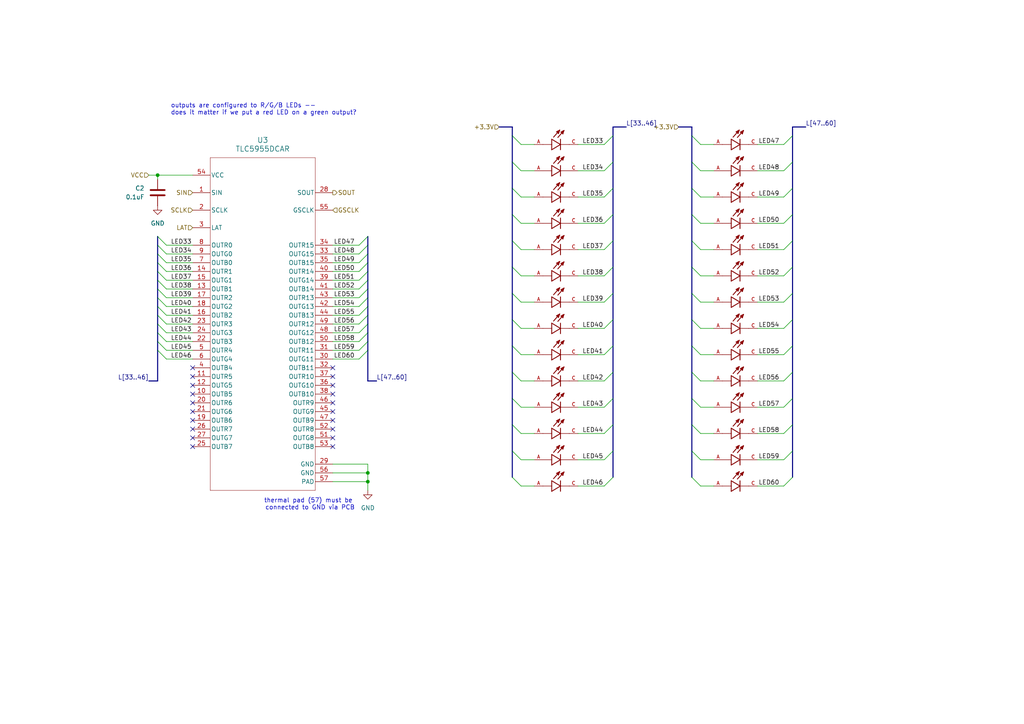
<source format=kicad_sch>
(kicad_sch (version 20231120) (generator "eeschema") (generator_version "8.0")
  (paper "A4")
  (lib_symbols
    (symbol "Device:C" (pin_numbers hide) (pin_names (offset 0.254))
      (property "Reference" "C" (at 0.635 2.54 0))
      (property "Value" "C" (at 0.635 -2.54 0))
      (symbol "C_0_1"
        (polyline (pts (xy -2.032 -0.762) (xy 2.032 -0.762)) (stroke (width 0.508)))
        (polyline (pts (xy -2.032 0.762) (xy 2.032 0.762)) (stroke (width 0.508)))
      )
      (symbol "C_1_1"
        (pin passive line (at 0 3.81 270) (length 2.794) (name "~") (number "1"))
        (pin passive line (at 0 -3.81 90) (length 2.794) (name "~") (number "2"))
      )
    )
    (symbol "LED 0603:LTST-C191KFKT" (pin_names (offset 1.016))
      (property "Reference" "D" (at -3.556 4.4958 0))
      (property "Value" "LTST-C191KFKT" (at -3.556 -3.302 0))
      (symbol "LTST-C191KFKT_0_0"
        (polyline (pts (xy -2.54 -1.524) (xy 0 0)) (stroke (width 0.254)))
        (polyline (pts (xy -2.54 0) (xy -5.08 0)) (stroke (width 0.1524)))
        (polyline (pts (xy -2.54 0) (xy -2.54 -1.524)) (stroke (width 0.254)))
        (polyline (pts (xy -2.54 1.524) (xy -2.54 0)) (stroke (width 0.254)))
        (polyline (pts (xy -1.1176 3.683) (xy -0.2286 4.1656)) (stroke (width 0.254)))
        (polyline (pts (xy -0.9398 3.6068) (xy -0.7112 3.7592)) (stroke (width 0.254)))
        (polyline (pts (xy -0.5588 3.2004) (xy -1.1176 3.683)) (stroke (width 0.254)))
        (polyline (pts (xy -0.5588 3.2004) (xy -0.5334 3.937)) (stroke (width 0.254)))
        (polyline (pts (xy -0.5334 3.937) (xy -0.6604 3.937)) (stroke (width 0.254)))
        (polyline (pts (xy -0.2286 4.1656) (xy -2.0066 2.1336)) (stroke (width 0.254)))
        (polyline (pts (xy -0.2286 4.1656) (xy -0.5588 3.2004)) (stroke (width 0.254)))
        (polyline (pts (xy 0 0) (xy -2.54 1.524)) (stroke (width 0.254)))
        (polyline (pts (xy 0 0) (xy 0 -1.524)) (stroke (width 0.254)))
        (polyline (pts (xy 0 1.524) (xy 0 0)) (stroke (width 0.254)))
        (polyline (pts (xy 0.127 3.5814) (xy 1.016 4.064)) (stroke (width 0.254)))
        (polyline (pts (xy 0.3048 3.5052) (xy 0.5334 3.6576)) (stroke (width 0.254)))
        (polyline (pts (xy 0.6858 3.0988) (xy 0.127 3.5814)) (stroke (width 0.254)))
        (polyline (pts (xy 0.6858 3.0988) (xy 0.7112 3.8354)) (stroke (width 0.254)))
        (polyline (pts (xy 0.7112 3.8354) (xy 0.5842 3.8354)) (stroke (width 0.254)))
        (polyline (pts (xy 1.016 4.064) (xy -0.762 2.032)) (stroke (width 0.254)))
        (polyline (pts (xy 1.016 4.064) (xy 0.6858 3.0988)) (stroke (width 0.254)))
        (polyline (pts (xy 2.54 0) (xy 0 0)) (stroke (width 0.1524)))
        (pin passive line (at -7.62 0 0) (length 2.54) (name "~") (number "A"))
        (pin passive line (at 5.08 0 180) (length 2.54) (name "~") (number "C"))
      )
    )
    (symbol "TLC5955:TLC5955DCAR" (pin_names (offset 0.254))
      (property "Reference" "U" (at 0 2.54 0))
      (property "Value" "TLC5955DCAR" (at 0 0 0))
      (symbol "TLC5955DCAR_0_1"
        (polyline (pts (xy -15.24 -48.26) (xy 15.24 -48.26)) (stroke (width 0.1016)))
        (polyline (pts (xy -15.24 48.26) (xy -15.24 -48.26)) (stroke (width 0.1016)))
        (polyline (pts (xy 15.24 -48.26) (xy 15.24 48.26)) (stroke (width 0.1016)))
        (polyline (pts (xy 15.24 48.26) (xy -15.24 48.26)) (stroke (width 0.1016)))
        (pin input line (at -20.32 38.1 0) (length 5.08) (name "SIN") (number "1"))
        (pin output line (at -20.32 -20.32 0) (length 5.08) (name "OUTB5") (number "10"))
        (pin output line (at -20.32 -15.24 0) (length 5.08) (name "OUTR5") (number "11"))
        (pin output line (at -20.32 -17.78 0) (length 5.08) (name "OUTG5") (number "12"))
        (pin output line (at -20.32 10.16 0) (length 5.08) (name "OUTB1") (number "13"))
        (pin output line (at -20.32 15.24 0) (length 5.08) (name "OUTR1") (number "14"))
        (pin output line (at -20.32 12.7 0) (length 5.08) (name "OUTG1") (number "15"))
        (pin output line (at -20.32 2.54 0) (length 5.08) (name "OUTB2") (number "16"))
        (pin output line (at -20.32 7.62 0) (length 5.08) (name "OUTR2") (number "17"))
        (pin output line (at -20.32 5.08 0) (length 5.08) (name "OUTG2") (number "18"))
        (pin output line (at -20.32 -27.94 0) (length 5.08) (name "OUTB6") (number "19"))
        (pin input line (at -20.32 33.02 0) (length 5.08) (name "SCLK") (number "2"))
        (pin output line (at -20.32 -22.86 0) (length 5.08) (name "OUTR6") (number "20"))
        (pin output line (at -20.32 -25.4 0) (length 5.08) (name "OUTG6") (number "21"))
        (pin output line (at -20.32 -5.08 0) (length 5.08) (name "OUTB3") (number "22"))
        (pin output line (at -20.32 0 0) (length 5.08) (name "OUTR3") (number "23"))
        (pin output line (at -20.32 -2.54 0) (length 5.08) (name "OUTG3") (number "24"))
        (pin output line (at -20.32 -35.56 0) (length 5.08) (name "OUTB7") (number "25"))
        (pin output line (at -20.32 -30.48 0) (length 5.08) (name "OUTR7") (number "26"))
        (pin output line (at -20.32 -33.02 0) (length 5.08) (name "OUTG7") (number "27"))
        (pin output line (at 20.32 38.1 180) (length 5.08) (name "SOUT") (number "28"))
        (pin power_in line (at 20.32 -40.64 180) (length 5.08) (name "GND") (number "29"))
        (pin input line (at -20.32 27.94 0) (length 5.08) (name "LAT") (number "3"))
        (pin output line (at 20.32 -10.16 180) (length 5.08) (name "OUTG11") (number "30"))
        (pin output line (at 20.32 -7.62 180) (length 5.08) (name "OUTR11") (number "31"))
        (pin output line (at 20.32 -12.7 180) (length 5.08) (name "OUTB11") (number "32"))
        (pin output line (at 20.32 20.32 180) (length 5.08) (name "OUTG15") (number "33"))
        (pin output line (at 20.32 22.86 180) (length 5.08) (name "OUTR15") (number "34"))
        (pin output line (at 20.32 17.78 180) (length 5.08) (name "OUTB15") (number "35"))
        (pin output line (at 20.32 -17.78 180) (length 5.08) (name "OUTG10") (number "36"))
        (pin output line (at 20.32 -15.24 180) (length 5.08) (name "OUTR10") (number "37"))
        (pin output line (at 20.32 -20.32 180) (length 5.08) (name "OUTB10") (number "38"))
        (pin output line (at 20.32 12.7 180) (length 5.08) (name "OUTG14") (number "39"))
        (pin output line (at -20.32 -12.7 0) (length 5.08) (name "OUTB4") (number "4"))
        (pin output line (at 20.32 15.24 180) (length 5.08) (name "OUTR14") (number "40"))
        (pin output line (at 20.32 10.16 180) (length 5.08) (name "OUTB14") (number "41"))
        (pin output line (at 20.32 5.08 180) (length 5.08) (name "OUTG13") (number "42"))
        (pin output line (at 20.32 7.62 180) (length 5.08) (name "OUTR13") (number "43"))
        (pin output line (at 20.32 2.54 180) (length 5.08) (name "OUTB13") (number "44"))
        (pin output line (at 20.32 -25.4 180) (length 5.08) (name "OUTG9") (number "45"))
        (pin output line (at 20.32 -22.86 180) (length 5.08) (name "OUTR9") (number "46"))
        (pin output line (at 20.32 -27.94 180) (length 5.08) (name "OUTB9") (number "47"))
        (pin output line (at 20.32 -2.54 180) (length 5.08) (name "OUTG12") (number "48"))
        (pin output line (at 20.32 0 180) (length 5.08) (name "OUTR12") (number "49"))
        (pin output line (at -20.32 -7.62 0) (length 5.08) (name "OUTR4") (number "5"))
        (pin output line (at 20.32 -5.08 180) (length 5.08) (name "OUTB12") (number "50"))
        (pin output line (at 20.32 -33.02 180) (length 5.08) (name "OUTG8") (number "51"))
        (pin output line (at 20.32 -30.48 180) (length 5.08) (name "OUTR8") (number "52"))
        (pin output line (at 20.32 -35.56 180) (length 5.08) (name "OUTB8") (number "53"))
        (pin power_in line (at -20.32 43.18 0) (length 5.08) (name "VCC") (number "54"))
        (pin input line (at 20.32 33.02 180) (length 5.08) (name "GSCLK") (number "55"))
        (pin power_in line (at 20.32 -43.18 180) (length 5.08) (name "GND") (number "56"))
        (pin power_in line (at 20.32 -45.72 180) (length 5.08) (name "PAD") (number "57"))
        (pin output line (at -20.32 -10.16 0) (length 5.08) (name "OUTG4") (number "6"))
        (pin output line (at -20.32 17.78 0) (length 5.08) (name "OUTB0") (number "7"))
        (pin output line (at -20.32 22.86 0) (length 5.08) (name "OUTR0") (number "8"))
        (pin output line (at -20.32 20.32 0) (length 5.08) (name "OUTG0") (number "9"))
      )
    )
    (symbol "power:GND" (power) (pin_numbers hide) (pin_names (offset 0) hide)
      (property "Value" "GND" (at 0 -3.81 0))
      (symbol "GND_0_1"
        (polyline (pts (xy 0 0) (xy 0 -1.27) (xy 1.27 -1.27) (xy 0 -2.54) (xy -1.27 -1.27) (xy 0 -1.27)))
      )
      (symbol "GND_1_1"
        (pin power_in line (at 0 0 270) (length 0) (name "~") (number "1"))
      )
    )
  )
  (junction (at 106.68 137.16))
  (junction (at 106.68 139.7))
  (junction (at 45.72 50.8))
  (no_connect (at 96.52 124.46))
  (no_connect (at 55.88 129.54))
  (no_connect (at 55.88 109.22))
  (no_connect (at 55.88 119.38))
  (no_connect (at 96.52 121.92))
  (no_connect (at 96.52 111.76))
  (no_connect (at 96.52 129.54))
  (no_connect (at 55.88 114.3))
  (no_connect (at 55.88 111.76))
  (no_connect (at 55.88 127))
  (no_connect (at 96.52 127))
  (no_connect (at 55.88 121.92))
  (no_connect (at 55.88 106.68))
  (no_connect (at 55.88 116.84))
  (no_connect (at 96.52 116.84))
  (no_connect (at 55.88 124.46))
  (no_connect (at 96.52 106.68))
  (no_connect (at 96.52 114.3))
  (no_connect (at 96.52 119.38))
  (no_connect (at 96.52 109.22))
  (bus_entry (at 200.66 107.95) (size 2.54 2.54))
  (bus_entry (at 200.66 85.09) (size 2.54 2.54))
  (bus_entry (at 148.59 69.85) (size 2.54 2.54))
  (bus_entry (at 177.8 39.37) (size -2.54 2.54))
  (bus_entry (at 229.87 130.81) (size -2.54 2.54))
  (bus_entry (at 200.66 100.33) (size 2.54 2.54))
  (bus_entry (at 148.59 115.57) (size 2.54 2.54))
  (bus_entry (at 229.87 46.99) (size -2.54 2.54))
  (bus_entry (at 45.72 68.58) (size 2.54 2.54))
  (bus_entry (at 148.59 92.71) (size 2.54 2.54))
  (bus_entry (at 200.66 39.37) (size 2.54 2.54))
  (bus_entry (at 229.87 100.33) (size -2.54 2.54))
  (bus_entry (at 106.68 93.98) (size -2.54 2.54))
  (bus_entry (at 229.87 123.19) (size -2.54 2.54))
  (bus_entry (at 200.66 115.57) (size 2.54 2.54))
  (bus_entry (at 177.8 100.33) (size -2.54 2.54))
  (bus_entry (at 106.68 81.28) (size -2.54 2.54))
  (bus_entry (at 45.72 91.44) (size 2.54 2.54))
  (bus_entry (at 200.66 92.71) (size 2.54 2.54))
  (bus_entry (at 106.68 88.9) (size -2.54 2.54))
  (bus_entry (at 106.68 78.74) (size -2.54 2.54))
  (bus_entry (at 106.68 73.66) (size -2.54 2.54))
  (bus_entry (at 45.72 83.82) (size 2.54 2.54))
  (bus_entry (at 229.87 138.43) (size -2.54 2.54))
  (bus_entry (at 45.72 78.74) (size 2.54 2.54))
  (bus_entry (at 106.68 71.12) (size -2.54 2.54))
  (bus_entry (at 200.66 54.61) (size 2.54 2.54))
  (bus_entry (at 177.8 85.09) (size -2.54 2.54))
  (bus_entry (at 229.87 115.57) (size -2.54 2.54))
  (bus_entry (at 148.59 54.61) (size 2.54 2.54))
  (bus_entry (at 200.66 123.19) (size 2.54 2.54))
  (bus_entry (at 45.72 81.28) (size 2.54 2.54))
  (bus_entry (at 45.72 73.66) (size 2.54 2.54))
  (bus_entry (at 148.59 123.19) (size 2.54 2.54))
  (bus_entry (at 106.68 91.44) (size -2.54 2.54))
  (bus_entry (at 106.68 68.58) (size -2.54 2.54))
  (bus_entry (at 45.72 93.98) (size 2.54 2.54))
  (bus_entry (at 177.8 62.23) (size -2.54 2.54))
  (bus_entry (at 148.59 100.33) (size 2.54 2.54))
  (bus_entry (at 200.66 138.43) (size 2.54 2.54))
  (bus_entry (at 177.8 107.95) (size -2.54 2.54))
  (bus_entry (at 200.66 77.47) (size 2.54 2.54))
  (bus_entry (at 200.66 130.81) (size 2.54 2.54))
  (bus_entry (at 177.8 54.61) (size -2.54 2.54))
  (bus_entry (at 177.8 46.99) (size -2.54 2.54))
  (bus_entry (at 45.72 101.6) (size 2.54 2.54))
  (bus_entry (at 148.59 85.09) (size 2.54 2.54))
  (bus_entry (at 148.59 130.81) (size 2.54 2.54))
  (bus_entry (at 177.8 69.85) (size -2.54 2.54))
  (bus_entry (at 106.68 99.06) (size -2.54 2.54))
  (bus_entry (at 45.72 88.9) (size 2.54 2.54))
  (bus_entry (at 229.87 85.09) (size -2.54 2.54))
  (bus_entry (at 106.68 86.36) (size -2.54 2.54))
  (bus_entry (at 177.8 138.43) (size -2.54 2.54))
  (bus_entry (at 148.59 46.99) (size 2.54 2.54))
  (bus_entry (at 45.72 99.06) (size 2.54 2.54))
  (bus_entry (at 148.59 39.37) (size 2.54 2.54))
  (bus_entry (at 200.66 62.23) (size 2.54 2.54))
  (bus_entry (at 229.87 62.23) (size -2.54 2.54))
  (bus_entry (at 229.87 39.37) (size -2.54 2.54))
  (bus_entry (at 229.87 69.85) (size -2.54 2.54))
  (bus_entry (at 177.8 115.57) (size -2.54 2.54))
  (bus_entry (at 45.72 76.2) (size 2.54 2.54))
  (bus_entry (at 229.87 107.95) (size -2.54 2.54))
  (bus_entry (at 200.66 46.99) (size 2.54 2.54))
  (bus_entry (at 45.72 96.52) (size 2.54 2.54))
  (bus_entry (at 148.59 77.47) (size 2.54 2.54))
  (bus_entry (at 229.87 54.61) (size -2.54 2.54))
  (bus_entry (at 45.72 71.12) (size 2.54 2.54))
  (bus_entry (at 177.8 77.47) (size -2.54 2.54))
  (bus_entry (at 200.66 69.85) (size 2.54 2.54))
  (bus_entry (at 45.72 86.36) (size 2.54 2.54))
  (bus_entry (at 106.68 76.2) (size -2.54 2.54))
  (bus_entry (at 148.59 138.43) (size 2.54 2.54))
  (bus_entry (at 177.8 123.19) (size -2.54 2.54))
  (bus_entry (at 148.59 62.23) (size 2.54 2.54))
  (bus_entry (at 106.68 83.82) (size -2.54 2.54))
  (bus_entry (at 148.59 107.95) (size 2.54 2.54))
  (bus_entry (at 229.87 92.71) (size -2.54 2.54))
  (bus_entry (at 177.8 92.71) (size -2.54 2.54))
  (bus_entry (at 106.68 96.52) (size -2.54 2.54))
  (bus_entry (at 106.68 101.6) (size -2.54 2.54))
  (bus_entry (at 177.8 130.81) (size -2.54 2.54))
  (bus_entry (at 229.87 77.47) (size -2.54 2.54))
  (bus (pts (xy 106.68 71.12) (xy 106.68 73.66)))
  (wire (pts (xy 203.2 57.15) (xy 207.01 57.15)))
  (bus (pts (xy 200.66 100.33) (xy 200.66 92.71)))
  (wire (pts (xy 104.14 86.36) (xy 96.52 86.36)))
  (bus (pts (xy 177.8 77.47) (xy 177.8 85.09)))
  (bus (pts (xy 177.8 107.95) (xy 177.8 115.57)))
  (wire (pts (xy 48.26 71.12) (xy 55.88 71.12)))
  (wire (pts (xy 203.2 49.53) (xy 207.01 49.53)))
  (wire (pts (xy 227.33 140.97) (xy 219.71 140.97)))
  (bus (pts (xy 45.72 83.82) (xy 45.72 86.36)))
  (bus (pts (xy 106.68 91.44) (xy 106.68 93.98)))
  (wire (pts (xy 227.33 49.53) (xy 219.71 49.53)))
  (wire (pts (xy 167.64 125.73) (xy 175.26 125.73)))
  (bus (pts (xy 200.66 85.09) (xy 200.66 77.47)))
  (wire (pts (xy 151.13 102.87) (xy 154.94 102.87)))
  (wire (pts (xy 48.26 73.66) (xy 55.88 73.66)))
  (bus (pts (xy 229.87 77.47) (xy 229.87 85.09)))
  (bus (pts (xy 109.22 110.49) (xy 106.68 110.49)))
  (wire (pts (xy 104.14 93.98) (xy 96.52 93.98)))
  (wire (pts (xy 203.2 80.01) (xy 207.01 80.01)))
  (bus (pts (xy 45.72 96.52) (xy 45.72 99.06)))
  (wire (pts (xy 151.13 125.73) (xy 154.94 125.73)))
  (bus (pts (xy 106.68 96.52) (xy 106.68 99.06)))
  (bus (pts (xy 200.66 138.43) (xy 200.66 130.81)))
  (bus (pts (xy 229.87 54.61) (xy 229.87 62.23)))
  (wire (pts (xy 48.26 101.6) (xy 55.88 101.6)))
  (wire (pts (xy 45.72 50.8) (xy 55.88 50.8)))
  (wire (pts (xy 227.33 80.01) (xy 219.71 80.01)))
  (wire (pts (xy 48.26 99.06) (xy 55.88 99.06)))
  (bus (pts (xy 148.59 46.99) (xy 148.59 39.37)))
  (bus (pts (xy 106.68 93.98) (xy 106.68 96.52)))
  (bus (pts (xy 148.59 107.95) (xy 148.59 100.33)))
  (wire (pts (xy 104.14 78.74) (xy 96.52 78.74)))
  (bus (pts (xy 45.72 91.44) (xy 45.72 93.98)))
  (wire (pts (xy 43.18 50.8) (xy 45.72 50.8)))
  (bus (pts (xy 229.87 85.09) (xy 229.87 92.71)))
  (wire (pts (xy 48.26 91.44) (xy 55.88 91.44)))
  (wire (pts (xy 104.14 88.9) (xy 96.52 88.9)))
  (bus (pts (xy 106.68 83.82) (xy 106.68 86.36)))
  (wire (pts (xy 106.68 137.16) (xy 106.68 139.7)))
  (bus (pts (xy 177.8 123.19) (xy 177.8 130.81)))
  (wire (pts (xy 227.33 118.11) (xy 219.71 118.11)))
  (bus (pts (xy 177.8 69.85) (xy 177.8 77.47)))
  (wire (pts (xy 203.2 64.77) (xy 207.01 64.77)))
  (bus (pts (xy 106.68 73.66) (xy 106.68 76.2)))
  (bus (pts (xy 148.59 100.33) (xy 148.59 92.71)))
  (wire (pts (xy 48.26 96.52) (xy 55.88 96.52)))
  (bus (pts (xy 45.72 99.06) (xy 45.72 101.6)))
  (bus (pts (xy 148.59 92.71) (xy 148.59 85.09)))
  (wire (pts (xy 227.33 41.91) (xy 219.71 41.91)))
  (wire (pts (xy 96.52 139.7) (xy 106.68 139.7)))
  (wire (pts (xy 104.14 83.82) (xy 96.52 83.82)))
  (wire (pts (xy 104.14 71.12) (xy 96.52 71.12)))
  (bus (pts (xy 45.72 73.66) (xy 45.72 76.2)))
  (bus (pts (xy 229.87 115.57) (xy 229.87 123.19)))
  (wire (pts (xy 227.33 87.63) (xy 219.71 87.63)))
  (bus (pts (xy 106.68 86.36) (xy 106.68 88.9)))
  (bus (pts (xy 196.85 36.83) (xy 200.66 36.83)))
  (wire (pts (xy 203.2 140.97) (xy 207.01 140.97)))
  (bus (pts (xy 106.68 78.74) (xy 106.68 81.28)))
  (bus (pts (xy 177.8 36.83) (xy 181.61 36.83)))
  (wire (pts (xy 167.64 80.01) (xy 175.26 80.01)))
  (wire (pts (xy 48.26 93.98) (xy 55.88 93.98)))
  (wire (pts (xy 96.52 137.16) (xy 106.68 137.16)))
  (bus (pts (xy 45.72 101.6) (xy 45.72 110.49)))
  (bus (pts (xy 106.68 88.9) (xy 106.68 91.44)))
  (bus (pts (xy 229.87 36.83) (xy 233.68 36.83)))
  (wire (pts (xy 203.2 125.73) (xy 207.01 125.73)))
  (wire (pts (xy 151.13 41.91) (xy 154.94 41.91)))
  (wire (pts (xy 167.64 72.39) (xy 175.26 72.39)))
  (bus (pts (xy 229.87 107.95) (xy 229.87 115.57)))
  (bus (pts (xy 229.87 130.81) (xy 229.87 138.43)))
  (bus (pts (xy 229.87 39.37) (xy 229.87 46.99)))
  (wire (pts (xy 48.26 78.74) (xy 55.88 78.74)))
  (wire (pts (xy 227.33 95.25) (xy 219.71 95.25)))
  (bus (pts (xy 229.87 62.23) (xy 229.87 69.85)))
  (bus (pts (xy 200.66 39.37) (xy 200.66 36.83)))
  (bus (pts (xy 148.59 138.43) (xy 148.59 130.81)))
  (wire (pts (xy 227.33 125.73) (xy 219.71 125.73)))
  (wire (pts (xy 203.2 102.87) (xy 207.01 102.87)))
  (wire (pts (xy 227.33 110.49) (xy 219.71 110.49)))
  (wire (pts (xy 167.64 87.63) (xy 175.26 87.63)))
  (bus (pts (xy 200.66 107.95) (xy 200.66 100.33)))
  (wire (pts (xy 48.26 104.14) (xy 55.88 104.14)))
  (bus (pts (xy 45.72 78.74) (xy 45.72 81.28)))
  (wire (pts (xy 167.64 41.91) (xy 175.26 41.91)))
  (bus (pts (xy 229.87 92.71) (xy 229.87 100.33)))
  (wire (pts (xy 48.26 88.9) (xy 55.88 88.9)))
  (bus (pts (xy 148.59 62.23) (xy 148.59 54.61)))
  (wire (pts (xy 167.64 140.97) (xy 175.26 140.97)))
  (wire (pts (xy 151.13 80.01) (xy 154.94 80.01)))
  (bus (pts (xy 200.66 69.85) (xy 200.66 62.23)))
  (wire (pts (xy 151.13 57.15) (xy 154.94 57.15)))
  (wire (pts (xy 151.13 118.11) (xy 154.94 118.11)))
  (wire (pts (xy 104.14 73.66) (xy 96.52 73.66)))
  (wire (pts (xy 203.2 133.35) (xy 207.01 133.35)))
  (bus (pts (xy 148.59 69.85) (xy 148.59 62.23)))
  (bus (pts (xy 229.87 100.33) (xy 229.87 107.95)))
  (wire (pts (xy 167.64 110.49) (xy 175.26 110.49)))
  (wire (pts (xy 203.2 110.49) (xy 207.01 110.49)))
  (wire (pts (xy 203.2 72.39) (xy 207.01 72.39)))
  (bus (pts (xy 200.66 77.47) (xy 200.66 69.85)))
  (bus (pts (xy 148.59 123.19) (xy 148.59 115.57)))
  (bus (pts (xy 148.59 39.37) (xy 148.59 36.83)))
  (wire (pts (xy 151.13 140.97) (xy 154.94 140.97)))
  (wire (pts (xy 48.26 83.82) (xy 55.88 83.82)))
  (wire (pts (xy 227.33 64.77) (xy 219.71 64.77)))
  (wire (pts (xy 151.13 110.49) (xy 154.94 110.49)))
  (bus (pts (xy 229.87 36.83) (xy 229.87 39.37)))
  (wire (pts (xy 203.2 41.91) (xy 207.01 41.91)))
  (bus (pts (xy 177.8 92.71) (xy 177.8 100.33)))
  (wire (pts (xy 167.64 57.15) (xy 175.26 57.15)))
  (bus (pts (xy 148.59 130.81) (xy 148.59 123.19)))
  (wire (pts (xy 167.64 95.25) (xy 175.26 95.25)))
  (bus (pts (xy 144.78 36.83) (xy 148.59 36.83)))
  (bus (pts (xy 177.8 85.09) (xy 177.8 92.71)))
  (bus (pts (xy 200.66 92.71) (xy 200.66 85.09)))
  (wire (pts (xy 167.64 118.11) (xy 175.26 118.11)))
  (bus (pts (xy 148.59 77.47) (xy 148.59 69.85)))
  (wire (pts (xy 203.2 118.11) (xy 207.01 118.11)))
  (bus (pts (xy 148.59 54.61) (xy 148.59 46.99)))
  (bus (pts (xy 177.8 46.99) (xy 177.8 54.61)))
  (bus (pts (xy 45.72 76.2) (xy 45.72 78.74)))
  (bus (pts (xy 200.66 46.99) (xy 200.66 39.37)))
  (bus (pts (xy 200.66 62.23) (xy 200.66 54.61)))
  (bus (pts (xy 45.72 86.36) (xy 45.72 88.9)))
  (bus (pts (xy 148.59 85.09) (xy 148.59 77.47)))
  (bus (pts (xy 177.8 36.83) (xy 177.8 39.37)))
  (bus (pts (xy 45.72 71.12) (xy 45.72 73.66)))
  (wire (pts (xy 106.68 134.62) (xy 106.68 137.16)))
  (wire (pts (xy 48.26 81.28) (xy 55.88 81.28)))
  (bus (pts (xy 229.87 123.19) (xy 229.87 130.81)))
  (bus (pts (xy 229.87 69.85) (xy 229.87 77.47)))
  (bus (pts (xy 177.8 115.57) (xy 177.8 123.19)))
  (wire (pts (xy 151.13 49.53) (xy 154.94 49.53)))
  (wire (pts (xy 104.14 81.28) (xy 96.52 81.28)))
  (bus (pts (xy 45.72 81.28) (xy 45.72 83.82)))
  (bus (pts (xy 45.72 93.98) (xy 45.72 96.52)))
  (bus (pts (xy 106.68 81.28) (xy 106.68 83.82)))
  (wire (pts (xy 167.64 64.77) (xy 175.26 64.77)))
  (wire (pts (xy 151.13 64.77) (xy 154.94 64.77)))
  (wire (pts (xy 151.13 133.35) (xy 154.94 133.35)))
  (wire (pts (xy 104.14 96.52) (xy 96.52 96.52)))
  (wire (pts (xy 151.13 95.25) (xy 154.94 95.25)))
  (bus (pts (xy 45.72 88.9) (xy 45.72 91.44)))
  (bus (pts (xy 177.8 39.37) (xy 177.8 46.99)))
  (bus (pts (xy 177.8 100.33) (xy 177.8 107.95)))
  (wire (pts (xy 104.14 91.44) (xy 96.52 91.44)))
  (bus (pts (xy 177.8 54.61) (xy 177.8 62.23)))
  (wire (pts (xy 227.33 72.39) (xy 219.71 72.39)))
  (wire (pts (xy 167.64 133.35) (xy 175.26 133.35)))
  (wire (pts (xy 167.64 102.87) (xy 175.26 102.87)))
  (wire (pts (xy 227.33 57.15) (xy 219.71 57.15)))
  (wire (pts (xy 96.52 134.62) (xy 106.68 134.62)))
  (wire (pts (xy 104.14 101.6) (xy 96.52 101.6)))
  (bus (pts (xy 148.59 115.57) (xy 148.59 107.95)))
  (wire (pts (xy 227.33 102.87) (xy 219.71 102.87)))
  (bus (pts (xy 177.8 130.81) (xy 177.8 138.43)))
  (wire (pts (xy 45.72 50.8) (xy 45.72 52.07)))
  (wire (pts (xy 151.13 72.39) (xy 154.94 72.39)))
  (bus (pts (xy 45.72 68.58) (xy 45.72 71.12)))
  (wire (pts (xy 104.14 76.2) (xy 96.52 76.2)))
  (bus (pts (xy 106.68 99.06) (xy 106.68 101.6)))
  (bus (pts (xy 200.66 123.19) (xy 200.66 115.57)))
  (bus (pts (xy 200.66 130.81) (xy 200.66 123.19)))
  (bus (pts (xy 177.8 62.23) (xy 177.8 69.85)))
  (wire (pts (xy 48.26 76.2) (xy 55.88 76.2)))
  (bus (pts (xy 200.66 54.61) (xy 200.66 46.99)))
  (wire (pts (xy 106.68 139.7) (xy 106.68 142.24)))
  (bus (pts (xy 43.18 110.49) (xy 45.72 110.49)))
  (wire (pts (xy 48.26 86.36) (xy 55.88 86.36)))
  (wire (pts (xy 167.64 49.53) (xy 175.26 49.53)))
  (wire (pts (xy 104.14 99.06) (xy 96.52 99.06)))
  (bus (pts (xy 229.87 46.99) (xy 229.87 54.61)))
  (bus (pts (xy 106.68 101.6) (xy 106.68 110.49)))
  (wire (pts (xy 227.33 133.35) (xy 219.71 133.35)))
  (wire (pts (xy 104.14 104.14) (xy 96.52 104.14)))
  (bus (pts (xy 106.68 68.58) (xy 106.68 71.12)))
  (wire (pts (xy 203.2 87.63) (xy 207.01 87.63)))
  (wire (pts (xy 151.13 87.63) (xy 154.94 87.63)))
  (bus (pts (xy 200.66 115.57) (xy 200.66 107.95)))
  (bus (pts (xy 106.68 76.2) (xy 106.68 78.74)))
  (wire (pts (xy 203.2 95.25) (xy 207.01 95.25)))
  (text "thermal pad (57) must be \nconnected to GND via PCB" (at 89.916 146.304 0) (effects (font (size 1.27 1.27))))
  (text "outputs are configured to R/G/B LEDs -- \ndoes it matter if we put a red LED on a green output?" (at 49.53 31.75 0) (effects (font (size 1.27 1.27)) (justify left)))
  (label "LED43" (at 49.53 96.52 0))
  (label "LED47" (at 102.87 71.12 180))
  (label "LED34" (at 168.91 49.53 0))
  (label "LED57" (at 226.06 118.11 180))
  (label "LED57" (at 102.87 96.52 180))
  (label "LED59" (at 102.87 101.6 180))
  (label "LED44" (at 168.91 125.73 0))
  (label "L[33..46]" (at 43.18 110.49 180))
  (label "LED37" (at 168.91 72.39 0))
  (label "LED38" (at 49.53 83.82 0))
  (label "L[47..60]" (at 109.22 110.49 0))
  (label "LED36" (at 49.53 78.74 0))
  (label "LED41" (at 168.91 102.87 0))
  (label "LED50" (at 102.87 78.74 180))
  (label "LED36" (at 168.91 64.77 0))
  (label "LED33" (at 49.53 71.12 0))
  (label "LED52" (at 102.87 83.82 180))
  (label "LED54" (at 102.87 88.9 180))
  (label "LED39" (at 49.53 86.36 0))
  (label "LED46" (at 168.91 140.97 0))
  (label "LED49" (at 102.87 76.2 180))
  (label "LED39" (at 168.91 87.63 0))
  (label "LED56" (at 226.06 110.49 180))
  (label "LED53" (at 226.06 87.63 180))
  (label "LED45" (at 49.53 101.6 0))
  (label "LED51" (at 102.87 81.28 180))
  (label "LED47" (at 226.06 41.91 180))
  (label "LED56" (at 102.87 93.98 180))
  (label "LED55" (at 102.87 91.44 180))
  (label "LED59" (at 226.06 133.35 180))
  (label "LED52" (at 226.06 80.01 180))
  (label "LED33" (at 168.91 41.91 0))
  (label "LED48" (at 226.06 49.53 180))
  (label "LED37" (at 49.53 81.28 0))
  (label "LED45" (at 168.91 133.35 0))
  (label "LED40" (at 49.53 88.9 0))
  (label "LED60" (at 226.06 140.97 180))
  (label "LED42" (at 168.91 110.49 0))
  (label "LED38" (at 168.91 80.01 0))
  (label "LED49" (at 226.06 57.15 180))
  (label "LED58" (at 226.06 125.73 180))
  (label "L[47..60]" (at 233.68 36.83 0))
  (label "LED46" (at 49.53 104.14 0))
  (label "LED55" (at 226.06 102.87 180))
  (label "LED48" (at 102.87 73.66 180))
  (label "LED50" (at 226.06 64.77 180))
  (label "LED54" (at 226.06 95.25 180))
  (label "L[33..46]" (at 181.61 36.83 0))
  (label "LED43" (at 168.91 118.11 0))
  (label "LED34" (at 49.53 73.66 0))
  (label "LED60" (at 102.87 104.14 180))
  (label "LED51" (at 226.06 72.39 180))
  (label "LED44" (at 49.53 99.06 0))
  (label "LED42" (at 49.53 93.98 0))
  (label "LED53" (at 102.87 86.36 180))
  (label "LED40" (at 168.91 95.25 0))
  (label "LED41" (at 49.53 91.44 0))
  (label "LED35" (at 49.53 76.2 0))
  (label "LED58" (at 102.87 99.06 180))
  (label "LED35" (at 168.91 57.15 0))
  (hierarchical_label "GSCLK" (shape input) (at 96.52 60.96 0))
  (hierarchical_label "+3.3V" (shape input) (at 144.78 36.83 180))
  (hierarchical_label "SOUT" (shape output) (at 96.52 55.88 0))
  (hierarchical_label "SCLK" (shape input) (at 55.88 60.96 180))
  (hierarchical_label "LAT" (shape input) (at 55.88 66.04 180))
  (hierarchical_label "+3.3V" (shape input) (at 196.85 36.83 180))
  (hierarchical_label "VCC" (shape input) (at 43.18 50.8 180))
  (hierarchical_label "SIN" (shape input) (at 55.88 55.88 180))
  (symbol (lib_id "LED 0603:LTST-C191KFKT") (at 162.56 125.73 0) (unit 1)
    (property "Reference" "D54" (effects (hide yes)))
    (property "Value" "LTST-C191KFKT" (effects (hide yes)))
    (property "Footprint" "LTST-C191KFKT:LEDC1608X55N" (effects (hide yes)))
    (property "PARTREV" "Rev. H" (effects (hide yes)))
    (property "MANUFACTURER" "Lite-On Inc." (effects (hide yes)))
    (property "MAXIMUM_PACKAGE_HEIGHT" "0.65 mm" (effects (hide yes)))
    (property "STANDARD" "IPC-7351B" (effects (hide yes)))
  )
  (symbol (lib_id "LED 0603:LTST-C191KFKT") (at 162.56 102.87 0) (unit 1)
    (property "Reference" "D23" (effects (hide yes)))
    (property "Value" "LTST-C191KFKT" (effects (hide yes)))
    (property "Footprint" "LTST-C191KFKT:LEDC1608X55N" (effects (hide yes)))
    (property "PARTREV" "Rev. H" (effects (hide yes)))
    (property "MANUFACTURER" "Lite-On Inc." (effects (hide yes)))
    (property "MAXIMUM_PACKAGE_HEIGHT" "0.65 mm" (effects (hide yes)))
    (property "STANDARD" "IPC-7351B" (effects (hide yes)))
  )
  (symbol (lib_id "LED 0603:LTST-C191KFKT") (at 162.56 41.91 0) (unit 1)
    (property "Reference" "D12" (effects (hide yes)))
    (property "Value" "LTST-C191KFKT" (effects (hide yes)))
    (property "Footprint" "LTST-C191KFKT:LEDC1608X55N" (effects (hide yes)))
    (property "PARTREV" "Rev. H" (effects (hide yes)))
    (property "MANUFACTURER" "Lite-On Inc." (effects (hide yes)))
    (property "MAXIMUM_PACKAGE_HEIGHT" "0.65 mm" (effects (hide yes)))
    (property "STANDARD" "IPC-7351B" (effects (hide yes)))
  )
  (symbol (lib_id "LED 0603:LTST-C191KFKT") (at 162.56 72.39 0) (unit 1)
    (property "Reference" "D19" (effects (hide yes)))
    (property "Value" "LTST-C191KFKT" (effects (hide yes)))
    (property "Footprint" "LTST-C191KFKT:LEDC1608X55N" (effects (hide yes)))
    (property "PARTREV" "Rev. H" (effects (hide yes)))
    (property "MANUFACTURER" "Lite-On Inc." (effects (hide yes)))
    (property "MAXIMUM_PACKAGE_HEIGHT" "0.65 mm" (effects (hide yes)))
    (property "STANDARD" "IPC-7351B" (effects (hide yes)))
  )
  (symbol (lib_id "LED 0603:LTST-C191KFKT") (at 162.56 57.15 0) (unit 1)
    (property "Reference" "D17" (effects (hide yes)))
    (property "Value" "LTST-C191KFKT" (effects (hide yes)))
    (property "Footprint" "LTST-C191KFKT:LEDC1608X55N" (effects (hide yes)))
    (property "PARTREV" "Rev. H" (effects (hide yes)))
    (property "MANUFACTURER" "Lite-On Inc." (effects (hide yes)))
    (property "MAXIMUM_PACKAGE_HEIGHT" "0.65 mm" (effects (hide yes)))
    (property "STANDARD" "IPC-7351B" (effects (hide yes)))
  )
  (symbol (lib_id "LED 0603:LTST-C191KFKT") (at 214.63 110.49 0) (unit 1)
    (property "Reference" "D52" (effects (hide yes)))
    (property "Value" "LTST-C191KFKT" (effects (hide yes)))
    (property "Footprint" "LTST-C191KFKT:LEDC1608X55N" (effects (hide yes)))
    (property "PARTREV" "Rev. H" (effects (hide yes)))
    (property "MANUFACTURER" "Lite-On Inc." (effects (hide yes)))
    (property "MAXIMUM_PACKAGE_HEIGHT" "0.65 mm" (effects (hide yes)))
    (property "STANDARD" "IPC-7351B" (effects (hide yes)))
  )
  (symbol (lib_id "LED 0603:LTST-C191KFKT") (at 214.63 87.63 0) (unit 1)
    (property "Reference" "D49" (effects (hide yes)))
    (property "Value" "LTST-C191KFKT" (effects (hide yes)))
    (property "Footprint" "LTST-C191KFKT:LEDC1608X55N" (effects (hide yes)))
    (property "PARTREV" "Rev. H" (effects (hide yes)))
    (property "MANUFACTURER" "Lite-On Inc." (effects (hide yes)))
    (property "MAXIMUM_PACKAGE_HEIGHT" "0.65 mm" (effects (hide yes)))
    (property "STANDARD" "IPC-7351B" (effects (hide yes)))
  )
  (symbol (lib_id "LED 0603:LTST-C191KFKT") (at 214.63 41.91 0) (unit 1)
    (property "Reference" "D26" (effects (hide yes)))
    (property "Value" "LTST-C191KFKT" (effects (hide yes)))
    (property "Footprint" "LTST-C191KFKT:LEDC1608X55N" (effects (hide yes)))
    (property "PARTREV" "Rev. H" (effects (hide yes)))
    (property "MANUFACTURER" "Lite-On Inc." (effects (hide yes)))
    (property "MAXIMUM_PACKAGE_HEIGHT" "0.65 mm" (effects (hide yes)))
    (property "STANDARD" "IPC-7351B" (effects (hide yes)))
  )
  (symbol (lib_id "LED 0603:LTST-C191KFKT") (at 214.63 80.01 0) (unit 1)
    (property "Reference" "D48" (effects (hide yes)))
    (property "Value" "LTST-C191KFKT" (effects (hide yes)))
    (property "Footprint" "LTST-C191KFKT:LEDC1608X55N" (effects (hide yes)))
    (property "PARTREV" "Rev. H" (effects (hide yes)))
    (property "MANUFACTURER" "Lite-On Inc." (effects (hide yes)))
    (property "MAXIMUM_PACKAGE_HEIGHT" "0.65 mm" (effects (hide yes)))
    (property "STANDARD" "IPC-7351B" (effects (hide yes)))
  )
  (symbol (lib_id "LED 0603:LTST-C191KFKT") (at 214.63 102.87 0) (unit 1)
    (property "Reference" "D51" (effects (hide yes)))
    (property "Value" "LTST-C191KFKT" (effects (hide yes)))
    (property "Footprint" "LTST-C191KFKT:LEDC1608X55N" (effects (hide yes)))
    (property "PARTREV" "Rev. H" (effects (hide yes)))
    (property "MANUFACTURER" "Lite-On Inc." (effects (hide yes)))
    (property "MAXIMUM_PACKAGE_HEIGHT" "0.65 mm" (effects (hide yes)))
    (property "STANDARD" "IPC-7351B" (effects (hide yes)))
  )
  (symbol (lib_id "LED 0603:LTST-C191KFKT") (at 214.63 95.25 0) (unit 1)
    (property "Reference" "D50" (effects (hide yes)))
    (property "Value" "LTST-C191KFKT" (effects (hide yes)))
    (property "Footprint" "LTST-C191KFKT:LEDC1608X55N" (effects (hide yes)))
    (property "PARTREV" "Rev. H" (effects (hide yes)))
    (property "MANUFACTURER" "Lite-On Inc." (effects (hide yes)))
    (property "MAXIMUM_PACKAGE_HEIGHT" "0.65 mm" (effects (hide yes)))
    (property "STANDARD" "IPC-7351B" (effects (hide yes)))
  )
  (symbol (lib_id "LED 0603:LTST-C191KFKT") (at 162.56 80.01 0) (unit 1)
    (property "Reference" "D20" (effects (hide yes)))
    (property "Value" "LTST-C191KFKT" (effects (hide yes)))
    (property "Footprint" "LTST-C191KFKT:LEDC1608X55N" (effects (hide yes)))
    (property "PARTREV" "Rev. H" (effects (hide yes)))
    (property "MANUFACTURER" "Lite-On Inc." (effects (hide yes)))
    (property "MAXIMUM_PACKAGE_HEIGHT" "0.65 mm" (effects (hide yes)))
    (property "STANDARD" "IPC-7351B" (effects (hide yes)))
  )
  (symbol (lib_id "LED 0603:LTST-C191KFKT") (at 214.63 140.97 0) (unit 1)
    (property "Reference" "D59" (effects (hide yes)))
    (property "Value" "LTST-C191KFKT" (effects (hide yes)))
    (property "Footprint" "LTST-C191KFKT:LEDC1608X55N" (effects (hide yes)))
    (property "PARTREV" "Rev. H" (effects (hide yes)))
    (property "MANUFACTURER" "Lite-On Inc." (effects (hide yes)))
    (property "MAXIMUM_PACKAGE_HEIGHT" "0.65 mm" (effects (hide yes)))
    (property "STANDARD" "IPC-7351B" (effects (hide yes)))
  )
  (symbol (lib_id "LED 0603:LTST-C191KFKT") (at 214.63 133.35 0) (unit 1)
    (property "Reference" "D58" (effects (hide yes)))
    (property "Value" "LTST-C191KFKT" (effects (hide yes)))
    (property "Footprint" "LTST-C191KFKT:LEDC1608X55N" (effects (hide yes)))
    (property "PARTREV" "Rev. H" (effects (hide yes)))
    (property "MANUFACTURER" "Lite-On Inc." (effects (hide yes)))
    (property "MAXIMUM_PACKAGE_HEIGHT" "0.65 mm" (effects (hide yes)))
    (property "STANDARD" "IPC-7351B" (effects (hide yes)))
  )
  (symbol (lib_id "LED 0603:LTST-C191KFKT") (at 214.63 57.15 0) (unit 1)
    (property "Reference" "D34" (effects (hide yes)))
    (property "Value" "LTST-C191KFKT" (effects (hide yes)))
    (property "Footprint" "LTST-C191KFKT:LEDC1608X55N" (effects (hide yes)))
    (property "PARTREV" "Rev. H" (effects (hide yes)))
    (property "MANUFACTURER" "Lite-On Inc." (effects (hide yes)))
    (property "MAXIMUM_PACKAGE_HEIGHT" "0.65 mm" (effects (hide yes)))
    (property "STANDARD" "IPC-7351B" (effects (hide yes)))
  )
  (symbol (lib_id "LED 0603:LTST-C191KFKT") (at 162.56 110.49 0) (unit 1)
    (property "Reference" "D24" (effects (hide yes)))
    (property "Value" "LTST-C191KFKT" (effects (hide yes)))
    (property "Footprint" "LTST-C191KFKT:LEDC1608X55N" (effects (hide yes)))
    (property "PARTREV" "Rev. H" (effects (hide yes)))
    (property "MANUFACTURER" "Lite-On Inc." (effects (hide yes)))
    (property "MAXIMUM_PACKAGE_HEIGHT" "0.65 mm" (effects (hide yes)))
    (property "STANDARD" "IPC-7351B" (effects (hide yes)))
  )
  (symbol (lib_id "LED 0603:LTST-C191KFKT") (at 162.56 133.35 0) (unit 1)
    (property "Reference" "D55" (effects (hide yes)))
    (property "Value" "LTST-C191KFKT" (effects (hide yes)))
    (property "Footprint" "LTST-C191KFKT:LEDC1608X55N" (effects (hide yes)))
    (property "PARTREV" "Rev. H" (effects (hide yes)))
    (property "MANUFACTURER" "Lite-On Inc." (effects (hide yes)))
    (property "MAXIMUM_PACKAGE_HEIGHT" "0.65 mm" (effects (hide yes)))
    (property "STANDARD" "IPC-7351B" (effects (hide yes)))
  )
  (symbol (lib_id "LED 0603:LTST-C191KFKT") (at 162.56 87.63 0) (unit 1)
    (property "Reference" "D21" (effects (hide yes)))
    (property "Value" "LTST-C191KFKT" (effects (hide yes)))
    (property "Footprint" "LTST-C191KFKT:LEDC1608X55N" (effects (hide yes)))
    (property "PARTREV" "Rev. H" (effects (hide yes)))
    (property "MANUFACTURER" "Lite-On Inc." (effects (hide yes)))
    (property "MAXIMUM_PACKAGE_HEIGHT" "0.65 mm" (effects (hide yes)))
    (property "STANDARD" "IPC-7351B" (effects (hide yes)))
  )
  (symbol (lib_id "LED 0603:LTST-C191KFKT") (at 214.63 72.39 0) (unit 1)
    (property "Reference" "D39" (effects (hide yes)))
    (property "Value" "LTST-C191KFKT" (effects (hide yes)))
    (property "Footprint" "LTST-C191KFKT:LEDC1608X55N" (effects (hide yes)))
    (property "PARTREV" "Rev. H" (effects (hide yes)))
    (property "MANUFACTURER" "Lite-On Inc." (effects (hide yes)))
    (property "MAXIMUM_PACKAGE_HEIGHT" "0.65 mm" (effects (hide yes)))
    (property "STANDARD" "IPC-7351B" (effects (hide yes)))
  )
  (symbol (lib_id "LED 0603:LTST-C191KFKT") (at 214.63 49.53 0) (unit 1)
    (property "Reference" "D33" (effects (hide yes)))
    (property "Value" "LTST-C191KFKT" (effects (hide yes)))
    (property "Footprint" "LTST-C191KFKT:LEDC1608X55N" (effects (hide yes)))
    (property "PARTREV" "Rev. H" (effects (hide yes)))
    (property "MANUFACTURER" "Lite-On Inc." (effects (hide yes)))
    (property "MAXIMUM_PACKAGE_HEIGHT" "0.65 mm" (effects (hide yes)))
    (property "STANDARD" "IPC-7351B" (effects (hide yes)))
  )
  (symbol (lib_id "LED 0603:LTST-C191KFKT") (at 162.56 140.97 0) (unit 1)
    (property "Reference" "D56" (effects (hide yes)))
    (property "Value" "LTST-C191KFKT" (effects (hide yes)))
    (property "Footprint" "LTST-C191KFKT:LEDC1608X55N" (effects (hide yes)))
    (property "PARTREV" "Rev. H" (effects (hide yes)))
    (property "MANUFACTURER" "Lite-On Inc." (effects (hide yes)))
    (property "MAXIMUM_PACKAGE_HEIGHT" "0.65 mm" (effects (hide yes)))
    (property "STANDARD" "IPC-7351B" (effects (hide yes)))
  )
  (symbol (lib_id "LED 0603:LTST-C191KFKT") (at 214.63 118.11 0) (unit 1)
    (property "Reference" "D53" (effects (hide yes)))
    (property "Value" "LTST-C191KFKT" (effects (hide yes)))
    (property "Footprint" "LTST-C191KFKT:LEDC1608X55N" (effects (hide yes)))
    (property "PARTREV" "Rev. H" (effects (hide yes)))
    (property "MANUFACTURER" "Lite-On Inc." (effects (hide yes)))
    (property "MAXIMUM_PACKAGE_HEIGHT" "0.65 mm" (effects (hide yes)))
    (property "STANDARD" "IPC-7351B" (effects (hide yes)))
  )
  (symbol (lib_id "LED 0603:LTST-C191KFKT") (at 162.56 49.53 0) (unit 1)
    (property "Reference" "D13" (effects (hide yes)))
    (property "Value" "LTST-C191KFKT" (effects (hide yes)))
    (property "Footprint" "LTST-C191KFKT:LEDC1608X55N" (effects (hide yes)))
    (property "PARTREV" "Rev. H" (effects (hide yes)))
    (property "MANUFACTURER" "Lite-On Inc." (effects (hide yes)))
    (property "MAXIMUM_PACKAGE_HEIGHT" "0.65 mm" (effects (hide yes)))
    (property "STANDARD" "IPC-7351B" (effects (hide yes)))
  )
  (symbol (lib_id "power:GND") (at 45.72 59.69 0) (mirror y) (unit 1)
    (property "Reference" "#PWR03" (effects (hide yes)))
    (property "Value" "GND" (at 45.72 64.77 0))
    (property "Description" "Power symbol creates a global label with name \"GND\" , ground" (effects (hide yes)))
  )
  (symbol (lib_id "TLC5955:TLC5955DCAR") (at 76.2 93.98 0) (unit 1)
    (property "Reference" "U3" (at 76.2 40.64 0) (effects (font (size 1.524 1.524))))
    (property "Value" "TLC5955DCAR" (at 76.2 43.18 0) (effects (font (size 1.524 1.524))))
    (property "Footprint" "DCA0056F_N" (effects (hide yes)))
    (property "Datasheet" "TLC5955DCAR" (effects (hide yes)))
  )
  (symbol (lib_id "Device:C") (at 45.72 55.88 0) (mirror x) (unit 1)
    (property "Reference" "C2" (at 41.91 54.6099 0) (effects (justify right)))
    (property "Value" "0.1uF" (at 41.91 57.1499 0) (effects (justify right)))
    (property "Description" "Unpolarized capacitor" (effects (hide yes)))
  )
  (symbol (lib_id "power:GND") (at 106.68 142.24 0) (mirror y) (unit 1)
    (property "Reference" "#PWR04" (effects (hide yes)))
    (property "Value" "GND" (at 106.68 147.32 0))
    (property "Description" "Power symbol creates a global label with name \"GND\" , ground" (effects (hide yes)))
  )
  (symbol (lib_id "LED 0603:LTST-C191KFKT") (at 162.56 118.11 0) (unit 1)
    (property "Reference" "D25" (effects (hide yes)))
    (property "Value" "LTST-C191KFKT" (effects (hide yes)))
    (property "Footprint" "LTST-C191KFKT:LEDC1608X55N" (effects (hide yes)))
    (property "PARTREV" "Rev. H" (effects (hide yes)))
    (property "MANUFACTURER" "Lite-On Inc." (effects (hide yes)))
    (property "MAXIMUM_PACKAGE_HEIGHT" "0.65 mm" (effects (hide yes)))
    (property "STANDARD" "IPC-7351B" (effects (hide yes)))
  )
  (symbol (lib_id "LED 0603:LTST-C191KFKT") (at 162.56 95.25 0) (unit 1)
    (property "Reference" "D22" (effects (hide yes)))
    (property "Value" "LTST-C191KFKT" (effects (hide yes)))
    (property "Footprint" "LTST-C191KFKT:LEDC1608X55N" (effects (hide yes)))
    (property "PARTREV" "Rev. H" (effects (hide yes)))
    (property "MANUFACTURER" "Lite-On Inc." (effects (hide yes)))
    (property "MAXIMUM_PACKAGE_HEIGHT" "0.65 mm" (effects (hide yes)))
    (property "STANDARD" "IPC-7351B" (effects (hide yes)))
  )
  (symbol (lib_id "LED 0603:LTST-C191KFKT") (at 162.56 64.77 0) (unit 1)
    (property "Reference" "D18" (effects (hide yes)))
    (property "Value" "LTST-C191KFKT" (effects (hide yes)))
    (property "Footprint" "LTST-C191KFKT:LEDC1608X55N" (effects (hide yes)))
    (property "PARTREV" "Rev. H" (effects (hide yes)))
    (property "MANUFACTURER" "Lite-On Inc." (effects (hide yes)))
    (property "MAXIMUM_PACKAGE_HEIGHT" "0.65 mm" (effects (hide yes)))
    (property "STANDARD" "IPC-7351B" (effects (hide yes)))
  )
  (symbol (lib_id "LED 0603:LTST-C191KFKT") (at 214.63 64.77 0) (unit 1)
    (property "Reference" "D35" (effects (hide yes)))
    (property "Value" "LTST-C191KFKT" (effects (hide yes)))
    (property "Footprint" "LTST-C191KFKT:LEDC1608X55N" (effects (hide yes)))
    (property "PARTREV" "Rev. H" (effects (hide yes)))
    (property "MANUFACTURER" "Lite-On Inc." (effects (hide yes)))
    (property "MAXIMUM_PACKAGE_HEIGHT" "0.65 mm" (effects (hide yes)))
    (property "STANDARD" "IPC-7351B" (effects (hide yes)))
  )
  (symbol (lib_id "LED 0603:LTST-C191KFKT") (at 214.63 125.73 0) (unit 1)
    (property "Reference" "D57" (effects (hide yes)))
    (property "Value" "LTST-C191KFKT" (effects (hide yes)))
    (property "Footprint" "LTST-C191KFKT:LEDC1608X55N" (effects (hide yes)))
    (property "PARTREV" "Rev. H" (effects (hide yes)))
    (property "MANUFACTURER" "Lite-On Inc." (effects (hide yes)))
    (property "MAXIMUM_PACKAGE_HEIGHT" "0.65 mm" (effects (hide yes)))
    (property "STANDARD" "IPC-7351B" (effects (hide yes)))
  )
)
</source>
